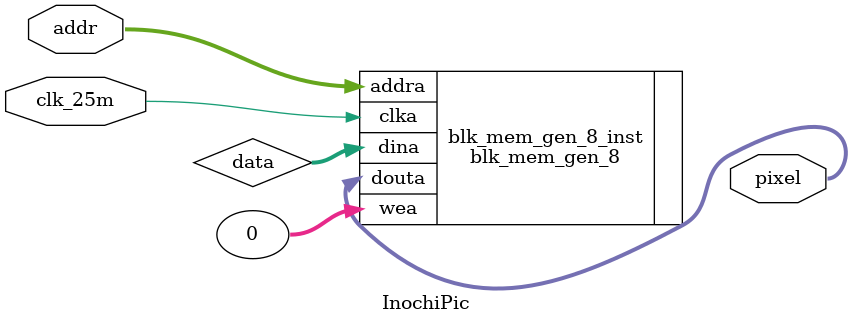
<source format=v>
module InochiPic(clk_25m, addr, pixel);
	input clk_25m;
	input [16:0]addr;
	output [11:0]pixel;
	wire [11:0] data;
	
	blk_mem_gen_8 blk_mem_gen_8_inst(
      .clka(clk_25m),
      .wea(0),
      .addra(addr),
      .dina(data[11:0]),
      .douta(pixel)
    ); 
endmodule
</source>
